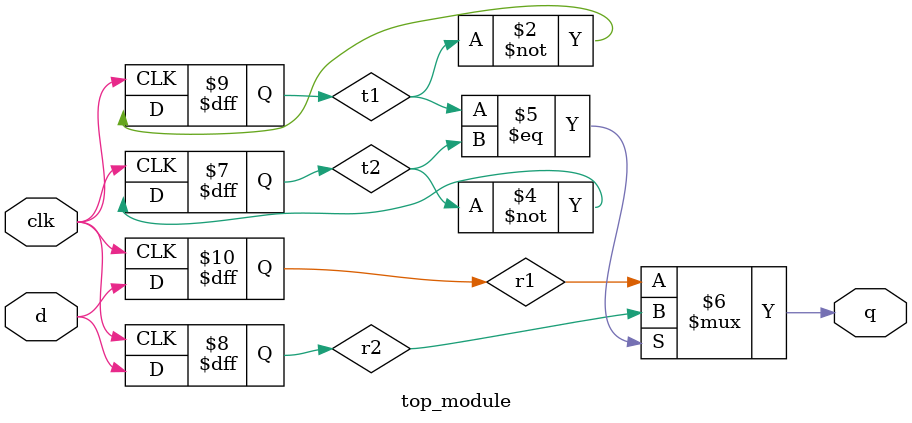
<source format=v>
module top_module (
    input clk,
    input d,
    output q
);

reg t1,t2,r1,r2;

always @(posedge clk) begin
t1 <= ~t1;
r1 <= d;
end

always @(negedge clk) begin
t2 <= ~t2;
r2 <= d;
end

    assign q = (t1 == t2) ? (r2) : (r1);

endmodule

</source>
